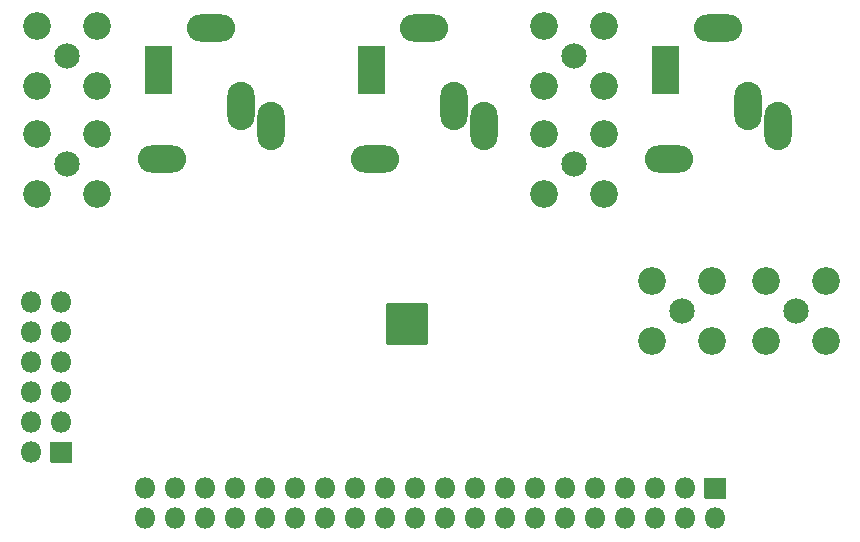
<source format=gbs>
G04 #@! TF.GenerationSoftware,KiCad,Pcbnew,(5.1.9)-1*
G04 #@! TF.CreationDate,2021-12-15T22:24:27+01:00*
G04 #@! TF.ProjectId,AudioCodecModule_ADAU1761,41756469-6f43-46f6-9465-634d6f64756c,rev?*
G04 #@! TF.SameCoordinates,Original*
G04 #@! TF.FileFunction,Soldermask,Bot*
G04 #@! TF.FilePolarity,Negative*
%FSLAX46Y46*%
G04 Gerber Fmt 4.6, Leading zero omitted, Abs format (unit mm)*
G04 Created by KiCad (PCBNEW (5.1.9)-1) date 2021-12-15 22:24:27*
%MOMM*%
%LPD*%
G01*
G04 APERTURE LIST*
%ADD10C,2.350000*%
%ADD11C,2.150000*%
%ADD12O,4.100000X2.300000*%
%ADD13O,2.300000X4.100000*%
%ADD14O,1.800000X1.800000*%
%ADD15C,0.254000*%
%ADD16C,0.100000*%
G04 APERTURE END LIST*
D10*
X196342000Y-82296000D03*
X196342000Y-77216000D03*
X201422000Y-77216000D03*
X201422000Y-82296000D03*
D11*
X198882000Y-79756000D03*
D12*
X177066000Y-55790000D03*
D13*
X182066000Y-64090000D03*
X179566000Y-62390000D03*
D12*
X172866000Y-66890000D03*
G36*
G01*
X171466000Y-57240000D02*
X173666000Y-57240000D01*
G75*
G02*
X173716000Y-57290000I0J-50000D01*
G01*
X173716000Y-61290000D01*
G75*
G02*
X173666000Y-61340000I-50000J0D01*
G01*
X171466000Y-61340000D01*
G75*
G02*
X171416000Y-61290000I0J50000D01*
G01*
X171416000Y-57290000D01*
G75*
G02*
X171466000Y-57240000I50000J0D01*
G01*
G37*
D14*
X143764000Y-78994000D03*
X146304000Y-78994000D03*
X143764000Y-81534000D03*
X146304000Y-81534000D03*
X143764000Y-84074000D03*
X146304000Y-84074000D03*
X143764000Y-86614000D03*
X146304000Y-86614000D03*
X143764000Y-89154000D03*
X146304000Y-89154000D03*
X143764000Y-91694000D03*
G36*
G01*
X147204000Y-90844000D02*
X147204000Y-92544000D01*
G75*
G02*
X147154000Y-92594000I-50000J0D01*
G01*
X145454000Y-92594000D01*
G75*
G02*
X145404000Y-92544000I0J50000D01*
G01*
X145404000Y-90844000D01*
G75*
G02*
X145454000Y-90794000I50000J0D01*
G01*
X147154000Y-90794000D01*
G75*
G02*
X147204000Y-90844000I0J-50000D01*
G01*
G37*
D10*
X205994000Y-82296000D03*
X205994000Y-77216000D03*
X211074000Y-77216000D03*
X211074000Y-82296000D03*
D11*
X208534000Y-79756000D03*
D10*
X144272000Y-60706000D03*
X144272000Y-55626000D03*
X149352000Y-55626000D03*
X149352000Y-60706000D03*
D11*
X146812000Y-58166000D03*
D10*
X144272000Y-69850000D03*
X144272000Y-64770000D03*
X149352000Y-64770000D03*
X149352000Y-69850000D03*
D11*
X146812000Y-67310000D03*
D10*
X187198000Y-69850000D03*
X187198000Y-64770000D03*
X192278000Y-64770000D03*
X192278000Y-69850000D03*
D11*
X189738000Y-67310000D03*
D10*
X187198000Y-60706000D03*
X187198000Y-55626000D03*
X192278000Y-55626000D03*
X192278000Y-60706000D03*
D11*
X189738000Y-58166000D03*
D12*
X159032000Y-55790000D03*
D13*
X164032000Y-64090000D03*
X161532000Y-62390000D03*
D12*
X154832000Y-66890000D03*
G36*
G01*
X153432000Y-57240000D02*
X155632000Y-57240000D01*
G75*
G02*
X155682000Y-57290000I0J-50000D01*
G01*
X155682000Y-61290000D01*
G75*
G02*
X155632000Y-61340000I-50000J0D01*
G01*
X153432000Y-61340000D01*
G75*
G02*
X153382000Y-61290000I0J50000D01*
G01*
X153382000Y-57290000D01*
G75*
G02*
X153432000Y-57240000I50000J0D01*
G01*
G37*
X201958000Y-55790000D03*
D13*
X206958000Y-64090000D03*
X204458000Y-62390000D03*
D12*
X197758000Y-66890000D03*
G36*
G01*
X196358000Y-57240000D02*
X198558000Y-57240000D01*
G75*
G02*
X198608000Y-57290000I0J-50000D01*
G01*
X198608000Y-61290000D01*
G75*
G02*
X198558000Y-61340000I-50000J0D01*
G01*
X196358000Y-61340000D01*
G75*
G02*
X196308000Y-61290000I0J50000D01*
G01*
X196308000Y-57290000D01*
G75*
G02*
X196358000Y-57240000I50000J0D01*
G01*
G37*
D14*
X153416000Y-97282000D03*
X153416000Y-94742000D03*
X155956000Y-97282000D03*
X155956000Y-94742000D03*
X158496000Y-97282000D03*
X158496000Y-94742000D03*
X161036000Y-97282000D03*
X161036000Y-94742000D03*
X163576000Y-97282000D03*
X163576000Y-94742000D03*
X166116000Y-97282000D03*
X166116000Y-94742000D03*
X168656000Y-97282000D03*
X168656000Y-94742000D03*
X171196000Y-97282000D03*
X171196000Y-94742000D03*
X173736000Y-97282000D03*
X173736000Y-94742000D03*
X176276000Y-97282000D03*
X176276000Y-94742000D03*
X178816000Y-97282000D03*
X178816000Y-94742000D03*
X181356000Y-97282000D03*
X181356000Y-94742000D03*
X183896000Y-97282000D03*
X183896000Y-94742000D03*
X186436000Y-97282000D03*
X186436000Y-94742000D03*
X188976000Y-97282000D03*
X188976000Y-94742000D03*
X191516000Y-97282000D03*
X191516000Y-94742000D03*
X194056000Y-97282000D03*
X194056000Y-94742000D03*
X196596000Y-97282000D03*
X196596000Y-94742000D03*
X199136000Y-97282000D03*
X199136000Y-94742000D03*
X201676000Y-97282000D03*
G36*
G01*
X200826000Y-93842000D02*
X202526000Y-93842000D01*
G75*
G02*
X202576000Y-93892000I0J-50000D01*
G01*
X202576000Y-95592000D01*
G75*
G02*
X202526000Y-95642000I-50000J0D01*
G01*
X200826000Y-95642000D01*
G75*
G02*
X200776000Y-95592000I0J50000D01*
G01*
X200776000Y-93892000D01*
G75*
G02*
X200826000Y-93842000I50000J0D01*
G01*
G37*
D15*
X177165000Y-82423000D02*
X173863000Y-82423000D01*
X173863000Y-79121000D01*
X177165000Y-79121000D01*
X177165000Y-82423000D01*
D16*
G36*
X177165000Y-82423000D02*
G01*
X173863000Y-82423000D01*
X173863000Y-79121000D01*
X177165000Y-79121000D01*
X177165000Y-82423000D01*
G37*
M02*

</source>
